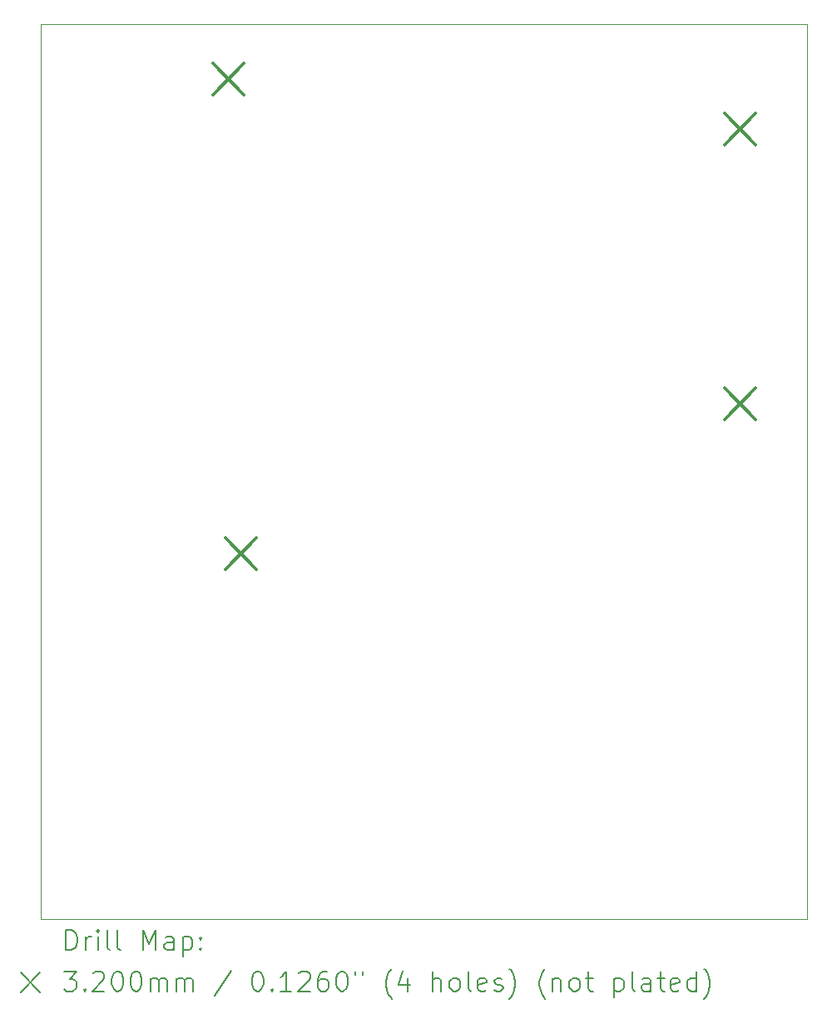
<source format=gbr>
%TF.GenerationSoftware,KiCad,Pcbnew,8.0.6*%
%TF.CreationDate,2025-08-08T18:32:28+02:00*%
%TF.ProjectId,arduinojoystick controlling,61726475-696e-46f6-9a6f-79737469636b,rev?*%
%TF.SameCoordinates,Original*%
%TF.FileFunction,Drillmap*%
%TF.FilePolarity,Positive*%
%FSLAX45Y45*%
G04 Gerber Fmt 4.5, Leading zero omitted, Abs format (unit mm)*
G04 Created by KiCad (PCBNEW 8.0.6) date 2025-08-08 18:32:28*
%MOMM*%
%LPD*%
G01*
G04 APERTURE LIST*
%ADD10C,0.050000*%
%ADD11C,0.200000*%
%ADD12C,0.320000*%
G04 APERTURE END LIST*
D10*
X1050000Y-1650000D02*
X8850000Y-1650000D01*
X8850000Y-10750000D01*
X1050000Y-10750000D01*
X1050000Y-1650000D01*
D11*
D12*
X2800500Y-2052000D02*
X3120500Y-2372000D01*
X3120500Y-2052000D02*
X2800500Y-2372000D01*
X2927500Y-6878000D02*
X3247500Y-7198000D01*
X3247500Y-6878000D02*
X2927500Y-7198000D01*
X8007500Y-2560000D02*
X8327500Y-2880000D01*
X8327500Y-2560000D02*
X8007500Y-2880000D01*
X8007500Y-5354000D02*
X8327500Y-5674000D01*
X8327500Y-5354000D02*
X8007500Y-5674000D01*
D11*
X1308277Y-11063984D02*
X1308277Y-10863984D01*
X1308277Y-10863984D02*
X1355896Y-10863984D01*
X1355896Y-10863984D02*
X1384467Y-10873508D01*
X1384467Y-10873508D02*
X1403515Y-10892555D01*
X1403515Y-10892555D02*
X1413039Y-10911603D01*
X1413039Y-10911603D02*
X1422562Y-10949698D01*
X1422562Y-10949698D02*
X1422562Y-10978270D01*
X1422562Y-10978270D02*
X1413039Y-11016365D01*
X1413039Y-11016365D02*
X1403515Y-11035412D01*
X1403515Y-11035412D02*
X1384467Y-11054460D01*
X1384467Y-11054460D02*
X1355896Y-11063984D01*
X1355896Y-11063984D02*
X1308277Y-11063984D01*
X1508277Y-11063984D02*
X1508277Y-10930650D01*
X1508277Y-10968746D02*
X1517801Y-10949698D01*
X1517801Y-10949698D02*
X1527324Y-10940174D01*
X1527324Y-10940174D02*
X1546372Y-10930650D01*
X1546372Y-10930650D02*
X1565420Y-10930650D01*
X1632086Y-11063984D02*
X1632086Y-10930650D01*
X1632086Y-10863984D02*
X1622562Y-10873508D01*
X1622562Y-10873508D02*
X1632086Y-10883031D01*
X1632086Y-10883031D02*
X1641610Y-10873508D01*
X1641610Y-10873508D02*
X1632086Y-10863984D01*
X1632086Y-10863984D02*
X1632086Y-10883031D01*
X1755896Y-11063984D02*
X1736848Y-11054460D01*
X1736848Y-11054460D02*
X1727324Y-11035412D01*
X1727324Y-11035412D02*
X1727324Y-10863984D01*
X1860658Y-11063984D02*
X1841610Y-11054460D01*
X1841610Y-11054460D02*
X1832086Y-11035412D01*
X1832086Y-11035412D02*
X1832086Y-10863984D01*
X2089229Y-11063984D02*
X2089229Y-10863984D01*
X2089229Y-10863984D02*
X2155896Y-11006841D01*
X2155896Y-11006841D02*
X2222563Y-10863984D01*
X2222563Y-10863984D02*
X2222563Y-11063984D01*
X2403515Y-11063984D02*
X2403515Y-10959222D01*
X2403515Y-10959222D02*
X2393991Y-10940174D01*
X2393991Y-10940174D02*
X2374944Y-10930650D01*
X2374944Y-10930650D02*
X2336848Y-10930650D01*
X2336848Y-10930650D02*
X2317801Y-10940174D01*
X2403515Y-11054460D02*
X2384467Y-11063984D01*
X2384467Y-11063984D02*
X2336848Y-11063984D01*
X2336848Y-11063984D02*
X2317801Y-11054460D01*
X2317801Y-11054460D02*
X2308277Y-11035412D01*
X2308277Y-11035412D02*
X2308277Y-11016365D01*
X2308277Y-11016365D02*
X2317801Y-10997317D01*
X2317801Y-10997317D02*
X2336848Y-10987793D01*
X2336848Y-10987793D02*
X2384467Y-10987793D01*
X2384467Y-10987793D02*
X2403515Y-10978270D01*
X2498753Y-10930650D02*
X2498753Y-11130650D01*
X2498753Y-10940174D02*
X2517801Y-10930650D01*
X2517801Y-10930650D02*
X2555896Y-10930650D01*
X2555896Y-10930650D02*
X2574944Y-10940174D01*
X2574944Y-10940174D02*
X2584467Y-10949698D01*
X2584467Y-10949698D02*
X2593991Y-10968746D01*
X2593991Y-10968746D02*
X2593991Y-11025889D01*
X2593991Y-11025889D02*
X2584467Y-11044936D01*
X2584467Y-11044936D02*
X2574944Y-11054460D01*
X2574944Y-11054460D02*
X2555896Y-11063984D01*
X2555896Y-11063984D02*
X2517801Y-11063984D01*
X2517801Y-11063984D02*
X2498753Y-11054460D01*
X2679705Y-11044936D02*
X2689229Y-11054460D01*
X2689229Y-11054460D02*
X2679705Y-11063984D01*
X2679705Y-11063984D02*
X2670182Y-11054460D01*
X2670182Y-11054460D02*
X2679705Y-11044936D01*
X2679705Y-11044936D02*
X2679705Y-11063984D01*
X2679705Y-10940174D02*
X2689229Y-10949698D01*
X2689229Y-10949698D02*
X2679705Y-10959222D01*
X2679705Y-10959222D02*
X2670182Y-10949698D01*
X2670182Y-10949698D02*
X2679705Y-10940174D01*
X2679705Y-10940174D02*
X2679705Y-10959222D01*
X847500Y-11292500D02*
X1047500Y-11492500D01*
X1047500Y-11292500D02*
X847500Y-11492500D01*
X1289229Y-11283984D02*
X1413039Y-11283984D01*
X1413039Y-11283984D02*
X1346372Y-11360174D01*
X1346372Y-11360174D02*
X1374944Y-11360174D01*
X1374944Y-11360174D02*
X1393991Y-11369698D01*
X1393991Y-11369698D02*
X1403515Y-11379222D01*
X1403515Y-11379222D02*
X1413039Y-11398269D01*
X1413039Y-11398269D02*
X1413039Y-11445888D01*
X1413039Y-11445888D02*
X1403515Y-11464936D01*
X1403515Y-11464936D02*
X1393991Y-11474460D01*
X1393991Y-11474460D02*
X1374944Y-11483984D01*
X1374944Y-11483984D02*
X1317801Y-11483984D01*
X1317801Y-11483984D02*
X1298753Y-11474460D01*
X1298753Y-11474460D02*
X1289229Y-11464936D01*
X1498753Y-11464936D02*
X1508277Y-11474460D01*
X1508277Y-11474460D02*
X1498753Y-11483984D01*
X1498753Y-11483984D02*
X1489229Y-11474460D01*
X1489229Y-11474460D02*
X1498753Y-11464936D01*
X1498753Y-11464936D02*
X1498753Y-11483984D01*
X1584467Y-11303031D02*
X1593991Y-11293508D01*
X1593991Y-11293508D02*
X1613039Y-11283984D01*
X1613039Y-11283984D02*
X1660658Y-11283984D01*
X1660658Y-11283984D02*
X1679705Y-11293508D01*
X1679705Y-11293508D02*
X1689229Y-11303031D01*
X1689229Y-11303031D02*
X1698753Y-11322079D01*
X1698753Y-11322079D02*
X1698753Y-11341127D01*
X1698753Y-11341127D02*
X1689229Y-11369698D01*
X1689229Y-11369698D02*
X1574943Y-11483984D01*
X1574943Y-11483984D02*
X1698753Y-11483984D01*
X1822562Y-11283984D02*
X1841610Y-11283984D01*
X1841610Y-11283984D02*
X1860658Y-11293508D01*
X1860658Y-11293508D02*
X1870182Y-11303031D01*
X1870182Y-11303031D02*
X1879705Y-11322079D01*
X1879705Y-11322079D02*
X1889229Y-11360174D01*
X1889229Y-11360174D02*
X1889229Y-11407793D01*
X1889229Y-11407793D02*
X1879705Y-11445888D01*
X1879705Y-11445888D02*
X1870182Y-11464936D01*
X1870182Y-11464936D02*
X1860658Y-11474460D01*
X1860658Y-11474460D02*
X1841610Y-11483984D01*
X1841610Y-11483984D02*
X1822562Y-11483984D01*
X1822562Y-11483984D02*
X1803515Y-11474460D01*
X1803515Y-11474460D02*
X1793991Y-11464936D01*
X1793991Y-11464936D02*
X1784467Y-11445888D01*
X1784467Y-11445888D02*
X1774943Y-11407793D01*
X1774943Y-11407793D02*
X1774943Y-11360174D01*
X1774943Y-11360174D02*
X1784467Y-11322079D01*
X1784467Y-11322079D02*
X1793991Y-11303031D01*
X1793991Y-11303031D02*
X1803515Y-11293508D01*
X1803515Y-11293508D02*
X1822562Y-11283984D01*
X2013039Y-11283984D02*
X2032086Y-11283984D01*
X2032086Y-11283984D02*
X2051134Y-11293508D01*
X2051134Y-11293508D02*
X2060658Y-11303031D01*
X2060658Y-11303031D02*
X2070182Y-11322079D01*
X2070182Y-11322079D02*
X2079705Y-11360174D01*
X2079705Y-11360174D02*
X2079705Y-11407793D01*
X2079705Y-11407793D02*
X2070182Y-11445888D01*
X2070182Y-11445888D02*
X2060658Y-11464936D01*
X2060658Y-11464936D02*
X2051134Y-11474460D01*
X2051134Y-11474460D02*
X2032086Y-11483984D01*
X2032086Y-11483984D02*
X2013039Y-11483984D01*
X2013039Y-11483984D02*
X1993991Y-11474460D01*
X1993991Y-11474460D02*
X1984467Y-11464936D01*
X1984467Y-11464936D02*
X1974943Y-11445888D01*
X1974943Y-11445888D02*
X1965420Y-11407793D01*
X1965420Y-11407793D02*
X1965420Y-11360174D01*
X1965420Y-11360174D02*
X1974943Y-11322079D01*
X1974943Y-11322079D02*
X1984467Y-11303031D01*
X1984467Y-11303031D02*
X1993991Y-11293508D01*
X1993991Y-11293508D02*
X2013039Y-11283984D01*
X2165420Y-11483984D02*
X2165420Y-11350650D01*
X2165420Y-11369698D02*
X2174944Y-11360174D01*
X2174944Y-11360174D02*
X2193991Y-11350650D01*
X2193991Y-11350650D02*
X2222563Y-11350650D01*
X2222563Y-11350650D02*
X2241610Y-11360174D01*
X2241610Y-11360174D02*
X2251134Y-11379222D01*
X2251134Y-11379222D02*
X2251134Y-11483984D01*
X2251134Y-11379222D02*
X2260658Y-11360174D01*
X2260658Y-11360174D02*
X2279705Y-11350650D01*
X2279705Y-11350650D02*
X2308277Y-11350650D01*
X2308277Y-11350650D02*
X2327325Y-11360174D01*
X2327325Y-11360174D02*
X2336848Y-11379222D01*
X2336848Y-11379222D02*
X2336848Y-11483984D01*
X2432086Y-11483984D02*
X2432086Y-11350650D01*
X2432086Y-11369698D02*
X2441610Y-11360174D01*
X2441610Y-11360174D02*
X2460658Y-11350650D01*
X2460658Y-11350650D02*
X2489229Y-11350650D01*
X2489229Y-11350650D02*
X2508277Y-11360174D01*
X2508277Y-11360174D02*
X2517801Y-11379222D01*
X2517801Y-11379222D02*
X2517801Y-11483984D01*
X2517801Y-11379222D02*
X2527325Y-11360174D01*
X2527325Y-11360174D02*
X2546372Y-11350650D01*
X2546372Y-11350650D02*
X2574944Y-11350650D01*
X2574944Y-11350650D02*
X2593991Y-11360174D01*
X2593991Y-11360174D02*
X2603515Y-11379222D01*
X2603515Y-11379222D02*
X2603515Y-11483984D01*
X2993991Y-11274460D02*
X2822563Y-11531603D01*
X3251134Y-11283984D02*
X3270182Y-11283984D01*
X3270182Y-11283984D02*
X3289229Y-11293508D01*
X3289229Y-11293508D02*
X3298753Y-11303031D01*
X3298753Y-11303031D02*
X3308277Y-11322079D01*
X3308277Y-11322079D02*
X3317801Y-11360174D01*
X3317801Y-11360174D02*
X3317801Y-11407793D01*
X3317801Y-11407793D02*
X3308277Y-11445888D01*
X3308277Y-11445888D02*
X3298753Y-11464936D01*
X3298753Y-11464936D02*
X3289229Y-11474460D01*
X3289229Y-11474460D02*
X3270182Y-11483984D01*
X3270182Y-11483984D02*
X3251134Y-11483984D01*
X3251134Y-11483984D02*
X3232086Y-11474460D01*
X3232086Y-11474460D02*
X3222563Y-11464936D01*
X3222563Y-11464936D02*
X3213039Y-11445888D01*
X3213039Y-11445888D02*
X3203515Y-11407793D01*
X3203515Y-11407793D02*
X3203515Y-11360174D01*
X3203515Y-11360174D02*
X3213039Y-11322079D01*
X3213039Y-11322079D02*
X3222563Y-11303031D01*
X3222563Y-11303031D02*
X3232086Y-11293508D01*
X3232086Y-11293508D02*
X3251134Y-11283984D01*
X3403515Y-11464936D02*
X3413039Y-11474460D01*
X3413039Y-11474460D02*
X3403515Y-11483984D01*
X3403515Y-11483984D02*
X3393991Y-11474460D01*
X3393991Y-11474460D02*
X3403515Y-11464936D01*
X3403515Y-11464936D02*
X3403515Y-11483984D01*
X3603515Y-11483984D02*
X3489229Y-11483984D01*
X3546372Y-11483984D02*
X3546372Y-11283984D01*
X3546372Y-11283984D02*
X3527325Y-11312555D01*
X3527325Y-11312555D02*
X3508277Y-11331603D01*
X3508277Y-11331603D02*
X3489229Y-11341127D01*
X3679706Y-11303031D02*
X3689229Y-11293508D01*
X3689229Y-11293508D02*
X3708277Y-11283984D01*
X3708277Y-11283984D02*
X3755896Y-11283984D01*
X3755896Y-11283984D02*
X3774944Y-11293508D01*
X3774944Y-11293508D02*
X3784467Y-11303031D01*
X3784467Y-11303031D02*
X3793991Y-11322079D01*
X3793991Y-11322079D02*
X3793991Y-11341127D01*
X3793991Y-11341127D02*
X3784467Y-11369698D01*
X3784467Y-11369698D02*
X3670182Y-11483984D01*
X3670182Y-11483984D02*
X3793991Y-11483984D01*
X3965420Y-11283984D02*
X3927325Y-11283984D01*
X3927325Y-11283984D02*
X3908277Y-11293508D01*
X3908277Y-11293508D02*
X3898753Y-11303031D01*
X3898753Y-11303031D02*
X3879706Y-11331603D01*
X3879706Y-11331603D02*
X3870182Y-11369698D01*
X3870182Y-11369698D02*
X3870182Y-11445888D01*
X3870182Y-11445888D02*
X3879706Y-11464936D01*
X3879706Y-11464936D02*
X3889229Y-11474460D01*
X3889229Y-11474460D02*
X3908277Y-11483984D01*
X3908277Y-11483984D02*
X3946372Y-11483984D01*
X3946372Y-11483984D02*
X3965420Y-11474460D01*
X3965420Y-11474460D02*
X3974944Y-11464936D01*
X3974944Y-11464936D02*
X3984467Y-11445888D01*
X3984467Y-11445888D02*
X3984467Y-11398269D01*
X3984467Y-11398269D02*
X3974944Y-11379222D01*
X3974944Y-11379222D02*
X3965420Y-11369698D01*
X3965420Y-11369698D02*
X3946372Y-11360174D01*
X3946372Y-11360174D02*
X3908277Y-11360174D01*
X3908277Y-11360174D02*
X3889229Y-11369698D01*
X3889229Y-11369698D02*
X3879706Y-11379222D01*
X3879706Y-11379222D02*
X3870182Y-11398269D01*
X4108277Y-11283984D02*
X4127325Y-11283984D01*
X4127325Y-11283984D02*
X4146372Y-11293508D01*
X4146372Y-11293508D02*
X4155896Y-11303031D01*
X4155896Y-11303031D02*
X4165420Y-11322079D01*
X4165420Y-11322079D02*
X4174944Y-11360174D01*
X4174944Y-11360174D02*
X4174944Y-11407793D01*
X4174944Y-11407793D02*
X4165420Y-11445888D01*
X4165420Y-11445888D02*
X4155896Y-11464936D01*
X4155896Y-11464936D02*
X4146372Y-11474460D01*
X4146372Y-11474460D02*
X4127325Y-11483984D01*
X4127325Y-11483984D02*
X4108277Y-11483984D01*
X4108277Y-11483984D02*
X4089229Y-11474460D01*
X4089229Y-11474460D02*
X4079706Y-11464936D01*
X4079706Y-11464936D02*
X4070182Y-11445888D01*
X4070182Y-11445888D02*
X4060658Y-11407793D01*
X4060658Y-11407793D02*
X4060658Y-11360174D01*
X4060658Y-11360174D02*
X4070182Y-11322079D01*
X4070182Y-11322079D02*
X4079706Y-11303031D01*
X4079706Y-11303031D02*
X4089229Y-11293508D01*
X4089229Y-11293508D02*
X4108277Y-11283984D01*
X4251134Y-11283984D02*
X4251134Y-11322079D01*
X4327325Y-11283984D02*
X4327325Y-11322079D01*
X4622563Y-11560174D02*
X4613039Y-11550650D01*
X4613039Y-11550650D02*
X4593991Y-11522079D01*
X4593991Y-11522079D02*
X4584468Y-11503031D01*
X4584468Y-11503031D02*
X4574944Y-11474460D01*
X4574944Y-11474460D02*
X4565420Y-11426841D01*
X4565420Y-11426841D02*
X4565420Y-11388746D01*
X4565420Y-11388746D02*
X4574944Y-11341127D01*
X4574944Y-11341127D02*
X4584468Y-11312555D01*
X4584468Y-11312555D02*
X4593991Y-11293508D01*
X4593991Y-11293508D02*
X4613039Y-11264936D01*
X4613039Y-11264936D02*
X4622563Y-11255412D01*
X4784468Y-11350650D02*
X4784468Y-11483984D01*
X4736849Y-11274460D02*
X4689230Y-11417317D01*
X4689230Y-11417317D02*
X4813039Y-11417317D01*
X5041611Y-11483984D02*
X5041611Y-11283984D01*
X5127325Y-11483984D02*
X5127325Y-11379222D01*
X5127325Y-11379222D02*
X5117801Y-11360174D01*
X5117801Y-11360174D02*
X5098753Y-11350650D01*
X5098753Y-11350650D02*
X5070182Y-11350650D01*
X5070182Y-11350650D02*
X5051134Y-11360174D01*
X5051134Y-11360174D02*
X5041611Y-11369698D01*
X5251134Y-11483984D02*
X5232087Y-11474460D01*
X5232087Y-11474460D02*
X5222563Y-11464936D01*
X5222563Y-11464936D02*
X5213039Y-11445888D01*
X5213039Y-11445888D02*
X5213039Y-11388746D01*
X5213039Y-11388746D02*
X5222563Y-11369698D01*
X5222563Y-11369698D02*
X5232087Y-11360174D01*
X5232087Y-11360174D02*
X5251134Y-11350650D01*
X5251134Y-11350650D02*
X5279706Y-11350650D01*
X5279706Y-11350650D02*
X5298753Y-11360174D01*
X5298753Y-11360174D02*
X5308277Y-11369698D01*
X5308277Y-11369698D02*
X5317801Y-11388746D01*
X5317801Y-11388746D02*
X5317801Y-11445888D01*
X5317801Y-11445888D02*
X5308277Y-11464936D01*
X5308277Y-11464936D02*
X5298753Y-11474460D01*
X5298753Y-11474460D02*
X5279706Y-11483984D01*
X5279706Y-11483984D02*
X5251134Y-11483984D01*
X5432087Y-11483984D02*
X5413039Y-11474460D01*
X5413039Y-11474460D02*
X5403515Y-11455412D01*
X5403515Y-11455412D02*
X5403515Y-11283984D01*
X5584468Y-11474460D02*
X5565420Y-11483984D01*
X5565420Y-11483984D02*
X5527325Y-11483984D01*
X5527325Y-11483984D02*
X5508277Y-11474460D01*
X5508277Y-11474460D02*
X5498753Y-11455412D01*
X5498753Y-11455412D02*
X5498753Y-11379222D01*
X5498753Y-11379222D02*
X5508277Y-11360174D01*
X5508277Y-11360174D02*
X5527325Y-11350650D01*
X5527325Y-11350650D02*
X5565420Y-11350650D01*
X5565420Y-11350650D02*
X5584468Y-11360174D01*
X5584468Y-11360174D02*
X5593991Y-11379222D01*
X5593991Y-11379222D02*
X5593991Y-11398269D01*
X5593991Y-11398269D02*
X5498753Y-11417317D01*
X5670182Y-11474460D02*
X5689230Y-11483984D01*
X5689230Y-11483984D02*
X5727325Y-11483984D01*
X5727325Y-11483984D02*
X5746372Y-11474460D01*
X5746372Y-11474460D02*
X5755896Y-11455412D01*
X5755896Y-11455412D02*
X5755896Y-11445888D01*
X5755896Y-11445888D02*
X5746372Y-11426841D01*
X5746372Y-11426841D02*
X5727325Y-11417317D01*
X5727325Y-11417317D02*
X5698753Y-11417317D01*
X5698753Y-11417317D02*
X5679706Y-11407793D01*
X5679706Y-11407793D02*
X5670182Y-11388746D01*
X5670182Y-11388746D02*
X5670182Y-11379222D01*
X5670182Y-11379222D02*
X5679706Y-11360174D01*
X5679706Y-11360174D02*
X5698753Y-11350650D01*
X5698753Y-11350650D02*
X5727325Y-11350650D01*
X5727325Y-11350650D02*
X5746372Y-11360174D01*
X5822563Y-11560174D02*
X5832087Y-11550650D01*
X5832087Y-11550650D02*
X5851134Y-11522079D01*
X5851134Y-11522079D02*
X5860658Y-11503031D01*
X5860658Y-11503031D02*
X5870182Y-11474460D01*
X5870182Y-11474460D02*
X5879706Y-11426841D01*
X5879706Y-11426841D02*
X5879706Y-11388746D01*
X5879706Y-11388746D02*
X5870182Y-11341127D01*
X5870182Y-11341127D02*
X5860658Y-11312555D01*
X5860658Y-11312555D02*
X5851134Y-11293508D01*
X5851134Y-11293508D02*
X5832087Y-11264936D01*
X5832087Y-11264936D02*
X5822563Y-11255412D01*
X6184468Y-11560174D02*
X6174944Y-11550650D01*
X6174944Y-11550650D02*
X6155896Y-11522079D01*
X6155896Y-11522079D02*
X6146372Y-11503031D01*
X6146372Y-11503031D02*
X6136849Y-11474460D01*
X6136849Y-11474460D02*
X6127325Y-11426841D01*
X6127325Y-11426841D02*
X6127325Y-11388746D01*
X6127325Y-11388746D02*
X6136849Y-11341127D01*
X6136849Y-11341127D02*
X6146372Y-11312555D01*
X6146372Y-11312555D02*
X6155896Y-11293508D01*
X6155896Y-11293508D02*
X6174944Y-11264936D01*
X6174944Y-11264936D02*
X6184468Y-11255412D01*
X6260658Y-11350650D02*
X6260658Y-11483984D01*
X6260658Y-11369698D02*
X6270182Y-11360174D01*
X6270182Y-11360174D02*
X6289230Y-11350650D01*
X6289230Y-11350650D02*
X6317801Y-11350650D01*
X6317801Y-11350650D02*
X6336849Y-11360174D01*
X6336849Y-11360174D02*
X6346372Y-11379222D01*
X6346372Y-11379222D02*
X6346372Y-11483984D01*
X6470182Y-11483984D02*
X6451134Y-11474460D01*
X6451134Y-11474460D02*
X6441611Y-11464936D01*
X6441611Y-11464936D02*
X6432087Y-11445888D01*
X6432087Y-11445888D02*
X6432087Y-11388746D01*
X6432087Y-11388746D02*
X6441611Y-11369698D01*
X6441611Y-11369698D02*
X6451134Y-11360174D01*
X6451134Y-11360174D02*
X6470182Y-11350650D01*
X6470182Y-11350650D02*
X6498753Y-11350650D01*
X6498753Y-11350650D02*
X6517801Y-11360174D01*
X6517801Y-11360174D02*
X6527325Y-11369698D01*
X6527325Y-11369698D02*
X6536849Y-11388746D01*
X6536849Y-11388746D02*
X6536849Y-11445888D01*
X6536849Y-11445888D02*
X6527325Y-11464936D01*
X6527325Y-11464936D02*
X6517801Y-11474460D01*
X6517801Y-11474460D02*
X6498753Y-11483984D01*
X6498753Y-11483984D02*
X6470182Y-11483984D01*
X6593992Y-11350650D02*
X6670182Y-11350650D01*
X6622563Y-11283984D02*
X6622563Y-11455412D01*
X6622563Y-11455412D02*
X6632087Y-11474460D01*
X6632087Y-11474460D02*
X6651134Y-11483984D01*
X6651134Y-11483984D02*
X6670182Y-11483984D01*
X6889230Y-11350650D02*
X6889230Y-11550650D01*
X6889230Y-11360174D02*
X6908277Y-11350650D01*
X6908277Y-11350650D02*
X6946373Y-11350650D01*
X6946373Y-11350650D02*
X6965420Y-11360174D01*
X6965420Y-11360174D02*
X6974944Y-11369698D01*
X6974944Y-11369698D02*
X6984468Y-11388746D01*
X6984468Y-11388746D02*
X6984468Y-11445888D01*
X6984468Y-11445888D02*
X6974944Y-11464936D01*
X6974944Y-11464936D02*
X6965420Y-11474460D01*
X6965420Y-11474460D02*
X6946373Y-11483984D01*
X6946373Y-11483984D02*
X6908277Y-11483984D01*
X6908277Y-11483984D02*
X6889230Y-11474460D01*
X7098753Y-11483984D02*
X7079706Y-11474460D01*
X7079706Y-11474460D02*
X7070182Y-11455412D01*
X7070182Y-11455412D02*
X7070182Y-11283984D01*
X7260658Y-11483984D02*
X7260658Y-11379222D01*
X7260658Y-11379222D02*
X7251134Y-11360174D01*
X7251134Y-11360174D02*
X7232087Y-11350650D01*
X7232087Y-11350650D02*
X7193992Y-11350650D01*
X7193992Y-11350650D02*
X7174944Y-11360174D01*
X7260658Y-11474460D02*
X7241611Y-11483984D01*
X7241611Y-11483984D02*
X7193992Y-11483984D01*
X7193992Y-11483984D02*
X7174944Y-11474460D01*
X7174944Y-11474460D02*
X7165420Y-11455412D01*
X7165420Y-11455412D02*
X7165420Y-11436365D01*
X7165420Y-11436365D02*
X7174944Y-11417317D01*
X7174944Y-11417317D02*
X7193992Y-11407793D01*
X7193992Y-11407793D02*
X7241611Y-11407793D01*
X7241611Y-11407793D02*
X7260658Y-11398269D01*
X7327325Y-11350650D02*
X7403515Y-11350650D01*
X7355896Y-11283984D02*
X7355896Y-11455412D01*
X7355896Y-11455412D02*
X7365420Y-11474460D01*
X7365420Y-11474460D02*
X7384468Y-11483984D01*
X7384468Y-11483984D02*
X7403515Y-11483984D01*
X7546373Y-11474460D02*
X7527325Y-11483984D01*
X7527325Y-11483984D02*
X7489230Y-11483984D01*
X7489230Y-11483984D02*
X7470182Y-11474460D01*
X7470182Y-11474460D02*
X7460658Y-11455412D01*
X7460658Y-11455412D02*
X7460658Y-11379222D01*
X7460658Y-11379222D02*
X7470182Y-11360174D01*
X7470182Y-11360174D02*
X7489230Y-11350650D01*
X7489230Y-11350650D02*
X7527325Y-11350650D01*
X7527325Y-11350650D02*
X7546373Y-11360174D01*
X7546373Y-11360174D02*
X7555896Y-11379222D01*
X7555896Y-11379222D02*
X7555896Y-11398269D01*
X7555896Y-11398269D02*
X7460658Y-11417317D01*
X7727325Y-11483984D02*
X7727325Y-11283984D01*
X7727325Y-11474460D02*
X7708277Y-11483984D01*
X7708277Y-11483984D02*
X7670182Y-11483984D01*
X7670182Y-11483984D02*
X7651134Y-11474460D01*
X7651134Y-11474460D02*
X7641611Y-11464936D01*
X7641611Y-11464936D02*
X7632087Y-11445888D01*
X7632087Y-11445888D02*
X7632087Y-11388746D01*
X7632087Y-11388746D02*
X7641611Y-11369698D01*
X7641611Y-11369698D02*
X7651134Y-11360174D01*
X7651134Y-11360174D02*
X7670182Y-11350650D01*
X7670182Y-11350650D02*
X7708277Y-11350650D01*
X7708277Y-11350650D02*
X7727325Y-11360174D01*
X7803515Y-11560174D02*
X7813039Y-11550650D01*
X7813039Y-11550650D02*
X7832087Y-11522079D01*
X7832087Y-11522079D02*
X7841611Y-11503031D01*
X7841611Y-11503031D02*
X7851134Y-11474460D01*
X7851134Y-11474460D02*
X7860658Y-11426841D01*
X7860658Y-11426841D02*
X7860658Y-11388746D01*
X7860658Y-11388746D02*
X7851134Y-11341127D01*
X7851134Y-11341127D02*
X7841611Y-11312555D01*
X7841611Y-11312555D02*
X7832087Y-11293508D01*
X7832087Y-11293508D02*
X7813039Y-11264936D01*
X7813039Y-11264936D02*
X7803515Y-11255412D01*
M02*

</source>
